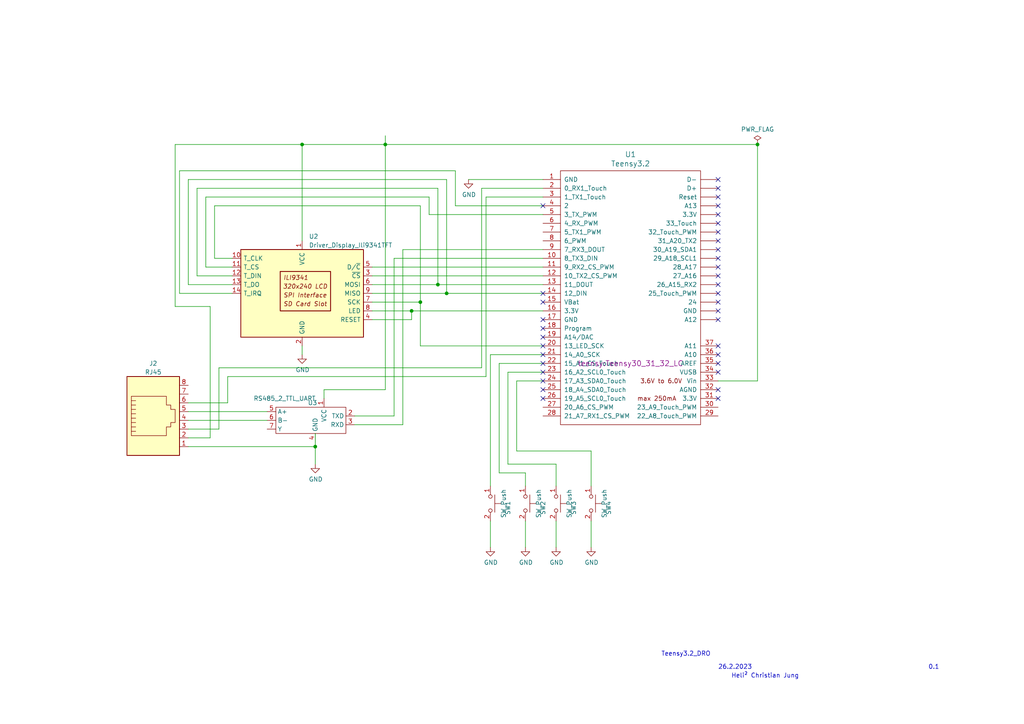
<source format=kicad_sch>
(kicad_sch (version 20230121) (generator eeschema)
  (paper "A4")
  (lib_symbols
    (symbol "Connector:RJ45" (pin_names (offset 1.016))
      (property "Reference" "J" (at -5.08 13.97 0))
      (property "Value" "RJ45" (at 2.54 13.97 0))
      (symbol "RJ45_0_1"
        (polyline (pts (xy -5.08 4.445) (xy -6.35 4.445)))
        (polyline (pts (xy -5.08 5.715) (xy -6.35 5.715)))
        (polyline (pts (xy -6.35 -3.175) (xy -5.08 -3.175) (xy -5.08 -3.175)))
        (polyline (pts (xy -6.35 -1.905) (xy -5.08 -1.905) (xy -5.08 -1.905)))
        (polyline (pts (xy -6.35 -0.635) (xy -5.08 -0.635) (xy -5.08 -0.635)))
        (polyline (pts (xy -6.35 0.635) (xy -5.08 0.635) (xy -5.08 0.635)))
        (polyline (pts (xy -6.35 1.905) (xy -5.08 1.905) (xy -5.08 1.905)))
        (polyline (pts (xy -5.08 3.175) (xy -6.35 3.175) (xy -6.35 3.175)))
        (polyline (pts (xy -6.35 -4.445) (xy -6.35 6.985) (xy 3.81 6.985) (xy 3.81 4.445) (xy 5.08 4.445) (xy 5.08 3.175) (xy 6.35 3.175) (xy 6.35 -0.635) (xy 5.08 -0.635) (xy 5.08 -1.905) (xy 3.81 -1.905) (xy 3.81 -4.445) (xy -6.35 -4.445) (xy -6.35 -4.445)))
        (rectangle (start 7.62 12.7) (end -7.62 -10.16) (stroke (width 0.254)) (fill (type background)))
      )
      (symbol "RJ45_1_1"
        (pin passive line (at 10.16 -7.62 180) (length 2.54) (name "~") (number "1"))
        (pin passive line (at 10.16 -5.08 180) (length 2.54) (name "~") (number "2"))
        (pin passive line (at 10.16 -2.54 180) (length 2.54) (name "~") (number "3"))
        (pin passive line (at 10.16 0 180) (length 2.54) (name "~") (number "4"))
        (pin passive line (at 10.16 2.54 180) (length 2.54) (name "~") (number "5"))
        (pin passive line (at 10.16 5.08 180) (length 2.54) (name "~") (number "6"))
        (pin passive line (at 10.16 7.62 180) (length 2.54) (name "~") (number "7"))
        (pin passive line (at 10.16 10.16 180) (length 2.54) (name "~") (number "8"))
      )
    )
    (symbol "Heli2:RS485_2_TTL_UART"
      (property "Reference" "U" (at 0 0 0))
      (symbol "RS485_2_TTL_UART_0_1"
        (rectangle (start -7.62 -1.27) (end 12.7 -8.89))
      )
      (symbol "RS485_2_TTL_UART_1_0"
        (pin output line (at -10.16 -6.35 0) (length 2.54) (name "RXD") (number "3"))
        (pin input line (at 1.27 -11.43 90) (length 2.54) (name "GND") (number "4"))
        (pin bidirectional line (at 15.24 -2.54 180) (length 2.54) (name "A+") (number "5"))
        (pin bidirectional line (at 15.24 -5.08 180) (length 2.54) (name "B-") (number "6"))
        (pin bidirectional line (at 15.24 -7.62 180) (length 2.54) (name "Y") (number "7"))
      )
      (symbol "RS485_2_TTL_UART_1_1"
        (pin input line (at -1.27 1.27 270) (length 2.54) (name "VCC") (number "1"))
        (pin input line (at -10.16 -3.81 0) (length 2.54) (name "TXD") (number "2"))
      )
    )
    (symbol "Lathe-rescue:Teensy3.2-teensy" (pin_names (offset 1.016))
      (property "Reference" "U" (at 0 39.37 0))
      (property "Value" "teensy_Teensy3.2" (at 0 -39.37 0))
      (symbol "Teensy3.2-teensy_0_0"
        (text "3.6V to 6.0V" (at 8.89 -24.13 0) (effects (font (size 1.27 1.27))))
        (text "max 250mA" (at 7.62 -29.21 0) (effects (font (size 1.27 1.27))))
      )
      (symbol "Teensy3.2-teensy_0_1"
        (rectangle (start -20.32 -36.83) (end 20.32 36.83))
      )
      (symbol "Teensy3.2-teensy_1_1"
        (pin power_in line (at -25.4 34.29 0) (length 5.08) (name "GND") (number "1"))
        (pin bidirectional line (at -25.4 11.43 0) (length 5.08) (name "8_TX3_DIN") (number "10"))
        (pin bidirectional line (at -25.4 8.89 0) (length 5.08) (name "9_RX2_CS_PWM") (number "11"))
        (pin bidirectional line (at -25.4 6.35 0) (length 5.08) (name "10_TX2_CS_PWM") (number "12"))
        (pin bidirectional line (at -25.4 3.81 0) (length 5.08) (name "11_DOUT") (number "13"))
        (pin bidirectional line (at -25.4 1.27 0) (length 5.08) (name "12_DIN") (number "14"))
        (pin power_in line (at -25.4 -1.27 0) (length 5.08) (name "VBat") (number "15"))
        (pin power_out line (at -25.4 -3.81 0) (length 5.08) (name "3.3V") (number "16"))
        (pin power_in line (at -25.4 -6.35 0) (length 5.08) (name "GND") (number "17"))
        (pin input line (at -25.4 -8.89 0) (length 5.08) (name "Program") (number "18"))
        (pin bidirectional line (at -25.4 -11.43 0) (length 5.08) (name "A14/DAC") (number "19"))
        (pin bidirectional line (at -25.4 31.75 0) (length 5.08) (name "0_RX1_Touch") (number "2"))
        (pin bidirectional line (at -25.4 -13.97 0) (length 5.08) (name "13_LED_SCK") (number "20"))
        (pin bidirectional line (at -25.4 -16.51 0) (length 5.08) (name "14_A0_SCK") (number "21"))
        (pin bidirectional line (at -25.4 -19.05 0) (length 5.08) (name "15_A1_CS_Touch") (number "22"))
        (pin bidirectional line (at -25.4 -21.59 0) (length 5.08) (name "16_A2_SCL0_Touch") (number "23"))
        (pin bidirectional line (at -25.4 -24.13 0) (length 5.08) (name "17_A3_SDA0_Touch") (number "24"))
        (pin bidirectional line (at -25.4 -26.67 0) (length 5.08) (name "18_A4_SDA0_Touch") (number "25"))
        (pin bidirectional line (at -25.4 -29.21 0) (length 5.08) (name "19_A5_SCL0_Touch") (number "26"))
        (pin bidirectional line (at -25.4 -31.75 0) (length 5.08) (name "20_A6_CS_PWM") (number "27"))
        (pin bidirectional line (at -25.4 -34.29 0) (length 5.08) (name "21_A7_RX1_CS_PWM") (number "28"))
        (pin bidirectional line (at 25.4 -34.29 180) (length 5.08) (name "22_A8_Touch_PWM") (number "29"))
        (pin bidirectional line (at -25.4 29.21 0) (length 5.08) (name "1_TX1_Touch") (number "3"))
        (pin bidirectional line (at 25.4 -31.75 180) (length 5.08) (name "23_A9_Touch_PWM") (number "30"))
        (pin power_out line (at 25.4 -29.21 180) (length 5.08) (name "3.3V") (number "31"))
        (pin power_out line (at 25.4 -26.67 180) (length 5.08) (name "AGND") (number "32"))
        (pin power_in line (at 25.4 -24.13 180) (length 5.08) (name "Vin") (number "33"))
        (pin power_in line (at 25.4 -21.59 180) (length 5.08) (name "VUSB") (number "34"))
        (pin input line (at 25.4 -19.05 180) (length 5.08) (name "AREF") (number "35"))
        (pin bidirectional line (at 25.4 -16.51 180) (length 5.08) (name "A10") (number "36"))
        (pin bidirectional line (at 25.4 -13.97 180) (length 5.08) (name "A11") (number "37"))
        (pin bidirectional line (at -25.4 26.67 0) (length 5.08) (name "2") (number "4"))
        (pin bidirectional line (at -25.4 24.13 0) (length 5.08) (name "3_TX_PWM") (number "5"))
        (pin bidirectional line (at -25.4 21.59 0) (length 5.08) (name "4_RX_PWM") (number "6"))
        (pin bidirectional line (at -25.4 19.05 0) (length 5.08) (name "5_TX1_PWM") (number "7"))
        (pin bidirectional line (at -25.4 16.51 0) (length 5.08) (name "6_PWM") (number "8"))
        (pin bidirectional line (at -25.4 13.97 0) (length 5.08) (name "7_RX3_DOUT") (number "9"))
        (pin bidirectional line (at 25.4 -1.27 180) (length 5.08) (name "24") (number "~"))
        (pin bidirectional line (at 25.4 1.27 180) (length 5.08) (name "25_Touch_PWM") (number "~"))
        (pin bidirectional line (at 25.4 3.81 180) (length 5.08) (name "26_A15_RX2") (number "~"))
        (pin bidirectional line (at 25.4 6.35 180) (length 5.08) (name "27_A16") (number "~"))
        (pin bidirectional line (at 25.4 8.89 180) (length 5.08) (name "28_A17") (number "~"))
        (pin bidirectional line (at 25.4 11.43 180) (length 5.08) (name "29_A18_SCL1") (number "~"))
        (pin power_out line (at 25.4 24.13 180) (length 5.08) (name "3.3V") (number "~"))
        (pin bidirectional line (at 25.4 13.97 180) (length 5.08) (name "30_A19_SDA1") (number "~"))
        (pin bidirectional line (at 25.4 16.51 180) (length 5.08) (name "31_A20_TX2") (number "~"))
        (pin bidirectional line (at 25.4 19.05 180) (length 5.08) (name "32_Touch_PWM") (number "~"))
        (pin bidirectional line (at 25.4 21.59 180) (length 5.08) (name "33_Touch") (number "~"))
        (pin bidirectional line (at 25.4 -6.35 180) (length 5.08) (name "A12") (number "~"))
        (pin bidirectional line (at 25.4 26.67 180) (length 5.08) (name "A13") (number "~"))
        (pin bidirectional line (at 25.4 31.75 180) (length 5.08) (name "D+") (number "~"))
        (pin bidirectional line (at 25.4 34.29 180) (length 5.08) (name "D-") (number "~"))
        (pin power_in line (at 25.4 -3.81 180) (length 5.08) (name "GND") (number "~"))
        (pin input line (at 25.4 29.21 180) (length 5.08) (name "Reset") (number "~"))
      )
    )
    (symbol "SW_Push_2" (pin_names (offset 1.016) hide)
      (property "Reference" "SW" (at 1.27 2.54 0))
      (property "Value" "SW_Push" (at 0 -1.524 0))
      (symbol "SW_Push_2_0_1"
        (circle (center -2.032 0) (radius 0.508))
        (polyline (pts (xy 0 1.27) (xy 0 3.048)))
        (polyline (pts (xy 2.54 1.27) (xy -2.54 1.27)))
        (circle (center 2.032 0) (radius 0.508))
        (pin passive line (at -5.08 0 0) (length 2.54) (name "1") (number "1"))
        (pin passive line (at 5.08 0 180) (length 2.54) (name "2") (number "2"))
      )
    )
    (symbol "ili9341tft-driver_display:Ili9341TFT-Driver_Display" (pin_names (offset 0.762))
      (property "Reference" "U" (at -17.526 13.97 0))
      (property "Value" "Driver_Display_Ili9341TFT" (at 1.905 13.97 0))
      (symbol "Ili9341TFT-Driver_Display_0_0"
        (text "320x240 LCD" (at 0.889 2.032 0) (effects (font (size 1.27 1.27) italic)))
        (text "ILI9341" (at -5.461 4.572 0) (effects (font (size 1.27 1.27) italic) (justify left)))
        (text "SD Card Slot" (at -5.461 -3.048 0) (effects (font (size 1.27 1.27) italic) (justify left)))
        (text "SPI Interface" (at -5.461 -0.508 0) (effects (font (size 1.27 1.27) italic) (justify left)))
      )
      (symbol "Ili9341TFT-Driver_Display_0_1"
        (rectangle (start -17.78 12.7) (end 17.78 -12.7) (stroke (width 0.254)) (fill (type background)))
        (rectangle (start -6.35 6.35) (end 8.255 -5.08) (stroke (width 0.254)))
      )
      (symbol "Ili9341TFT-Driver_Display_1_1"
        (pin power_in line (at 0 15.24 270) (length 2.54) (name "VCC") (number "1"))
        (pin input line (at -20.32 10.16 0) (length 2.54) (name "T_CLK") (number "10"))
        (pin input line (at -20.32 7.62 0) (length 2.54) (name "T_CS") (number "11"))
        (pin output line (at -20.32 5.08 0) (length 2.54) (name "T_DIN") (number "12"))
        (pin input line (at -20.32 2.54 0) (length 2.54) (name "T_DO") (number "13"))
        (pin input line (at -20.32 0 0) (length 2.54) (name "T_IRQ") (number "14"))
        (pin power_in line (at 0 -15.24 90) (length 2.54) (name "GND") (number "2"))
        (pin input line (at 20.32 5.08 180) (length 2.54) (name "~{CS}") (number "3"))
        (pin input line (at 20.32 -7.62 180) (length 2.54) (name "RESET") (number "4"))
        (pin input line (at 20.32 7.62 180) (length 2.54) (name "D/~{C}") (number "5"))
        (pin input line (at 20.32 2.54 180) (length 2.54) (name "MOSI") (number "6"))
        (pin input line (at 20.32 -2.54 180) (length 2.54) (name "SCK") (number "7"))
        (pin input line (at 20.32 -5.08 180) (length 2.54) (name "LED") (number "8"))
        (pin output line (at 20.32 0 180) (length 2.54) (name "MISO") (number "9"))
      )
    )
    (symbol "power:GND" (power) (pin_names (offset 0))
      (property "Value" "GND" (at 0 -3.81 0))
      (symbol "GND_0_1"
        (polyline (pts (xy 0 0) (xy 0 -1.27) (xy 1.27 -1.27) (xy 0 -2.54) (xy -1.27 -1.27) (xy 0 -1.27)))
      )
      (symbol "GND_1_1"
        (pin power_in line (at 0 0 270) (length 0) hide (name "GND") (number "1"))
      )
    )
    (symbol "power:PWR_FLAG" (power) (pin_numbers hide) (pin_names (offset 0) hide)
      (property "Value" "PWR_FLAG" (at 0 3.81 0))
      (symbol "PWR_FLAG_0_0"
        (pin power_out line (at 0 0 90) (length 0) (name "pwr") (number "1"))
      )
      (symbol "PWR_FLAG_0_1"
        (polyline (pts (xy 0 0) (xy 0 1.27) (xy -1.016 1.905) (xy 0 2.54) (xy 1.016 1.905) (xy 0 1.27)))
      )
    )
  )
  (junction (at 91.44 129.54))
  (junction (at 111.76 41.91))
  (junction (at 119.38 90.17))
  (junction (at 127 82.55))
  (junction (at 219.71 41.91))
  (junction (at 121.92 87.63))
  (junction (at 87.63 41.91))
  (junction (at 129.54 85.09))
  (no_connect (at 208.28 72.39))
  (no_connect (at 157.48 85.09))
  (no_connect (at 157.48 87.63))
  (no_connect (at 208.28 92.71))
  (no_connect (at 208.28 77.47))
  (no_connect (at 208.28 100.33))
  (no_connect (at 208.28 62.23))
  (no_connect (at 208.28 64.77))
  (no_connect (at 157.48 110.49))
  (no_connect (at 157.48 59.69))
  (no_connect (at 208.28 115.57))
  (no_connect (at 157.48 105.41))
  (no_connect (at 208.28 87.63))
  (no_connect (at 157.48 95.25))
  (no_connect (at 208.28 57.15))
  (no_connect (at 208.28 59.69))
  (no_connect (at 157.48 102.87))
  (no_connect (at 208.28 113.03))
  (no_connect (at 157.48 115.57))
  (no_connect (at 208.28 85.09))
  (no_connect (at 157.48 92.71))
  (no_connect (at 208.28 67.31))
  (no_connect (at 208.28 90.17))
  (no_connect (at 208.28 105.41))
  (no_connect (at 157.48 107.95))
  (no_connect (at 208.28 82.55))
  (no_connect (at 157.48 113.03))
  (no_connect (at 157.48 100.33))
  (no_connect (at 208.28 74.93))
  (no_connect (at 208.28 102.87))
  (no_connect (at 208.28 80.01))
  (no_connect (at 208.28 54.61))
  (no_connect (at 157.48 97.79))
  (no_connect (at 208.28 52.07))
  (no_connect (at 208.28 69.85))
  (no_connect (at 208.28 107.95))
  (wire (pts (xy 91.44 125.73) (xy 91.44 129.54)))
  (wire (pts (xy 161.29 140.97) (xy 161.29 134.62)))
  (wire (pts (xy 59.69 57.15) (xy 124.46 57.15)))
  (wire (pts (xy 171.45 140.97) (xy 171.45 130.81)))
  (wire (pts (xy 139.7 106.68) (xy 63.5 106.68)))
  (wire (pts (xy 116.84 72.39) (xy 157.48 72.39)))
  (wire (pts (xy 124.46 57.15) (xy 124.46 62.23)))
  (wire (pts (xy 219.71 41.91) (xy 219.71 110.49)))
  (wire (pts (xy 157.48 54.61) (xy 139.7 54.61)))
  (wire (pts (xy 67.31 85.09) (xy 52.07 85.09)))
  (wire (pts (xy 50.8 41.91) (xy 50.8 88.9)))
  (wire (pts (xy 107.95 77.47) (xy 157.48 77.47)))
  (wire (pts (xy 50.8 88.9) (xy 60.96 88.9)))
  (wire (pts (xy 149.86 110.49) (xy 149.86 130.81)))
  (wire (pts (xy 67.31 80.01) (xy 57.15 80.01)))
  (wire (pts (xy 87.63 41.91) (xy 50.8 41.91)))
  (wire (pts (xy 142.24 140.97) (xy 142.24 102.87)))
  (wire (pts (xy 66.04 116.84) (xy 66.04 109.22)))
  (wire (pts (xy 63.5 106.68) (xy 63.5 124.46)))
  (wire (pts (xy 54.61 129.54) (xy 91.44 129.54)))
  (wire (pts (xy 54.61 127) (xy 60.96 127)))
  (wire (pts (xy 54.61 116.84) (xy 66.04 116.84)))
  (wire (pts (xy 147.32 107.95) (xy 157.48 107.95)))
  (wire (pts (xy 107.95 85.09) (xy 129.54 85.09)))
  (wire (pts (xy 114.3 120.65) (xy 102.87 120.65)))
  (wire (pts (xy 114.3 74.93) (xy 157.48 74.93)))
  (wire (pts (xy 140.97 109.22) (xy 140.97 57.15)))
  (wire (pts (xy 132.08 49.53) (xy 132.08 59.69)))
  (wire (pts (xy 52.07 49.53) (xy 132.08 49.53)))
  (wire (pts (xy 119.38 90.17) (xy 157.48 90.17)))
  (wire (pts (xy 116.84 72.39) (xy 116.84 123.19)))
  (wire (pts (xy 127 54.61) (xy 127 82.55)))
  (wire (pts (xy 152.4 137.16) (xy 144.78 137.16)))
  (wire (pts (xy 121.92 100.33) (xy 157.48 100.33)))
  (wire (pts (xy 152.4 151.13) (xy 152.4 158.75)))
  (wire (pts (xy 114.3 74.93) (xy 114.3 120.65)))
  (wire (pts (xy 57.15 54.61) (xy 127 54.61)))
  (wire (pts (xy 91.44 129.54) (xy 91.44 134.62)))
  (wire (pts (xy 121.92 59.69) (xy 121.92 87.63)))
  (wire (pts (xy 57.15 80.01) (xy 57.15 54.61)))
  (wire (pts (xy 67.31 82.55) (xy 54.61 82.55)))
  (wire (pts (xy 54.61 124.46) (xy 63.5 124.46)))
  (wire (pts (xy 171.45 130.81) (xy 149.86 130.81)))
  (wire (pts (xy 54.61 52.07) (xy 129.54 52.07)))
  (wire (pts (xy 111.76 41.91) (xy 111.76 113.03)))
  (wire (pts (xy 144.78 105.41) (xy 157.48 105.41)))
  (wire (pts (xy 87.63 41.91) (xy 111.76 41.91)))
  (wire (pts (xy 66.04 109.22) (xy 140.97 109.22)))
  (wire (pts (xy 149.86 110.49) (xy 157.48 110.49)))
  (wire (pts (xy 142.24 151.13) (xy 142.24 158.75)))
  (wire (pts (xy 121.92 87.63) (xy 107.95 87.63)))
  (wire (pts (xy 54.61 121.92) (xy 77.47 121.92)))
  (wire (pts (xy 147.32 134.62) (xy 147.32 107.95)))
  (wire (pts (xy 107.95 80.01) (xy 157.48 80.01)))
  (wire (pts (xy 52.07 85.09) (xy 52.07 49.53)))
  (wire (pts (xy 67.31 74.93) (xy 62.23 74.93)))
  (wire (pts (xy 107.95 82.55) (xy 127 82.55)))
  (wire (pts (xy 132.08 59.69) (xy 157.48 59.69)))
  (wire (pts (xy 111.76 39.37) (xy 111.76 41.91)))
  (wire (pts (xy 161.29 134.62) (xy 147.32 134.62)))
  (wire (pts (xy 121.92 87.63) (xy 121.92 100.33)))
  (wire (pts (xy 152.4 140.97) (xy 152.4 137.16)))
  (wire (pts (xy 93.98 115.57) (xy 93.98 113.03)))
  (wire (pts (xy 54.61 82.55) (xy 54.61 52.07)))
  (wire (pts (xy 208.28 110.49) (xy 219.71 110.49)))
  (wire (pts (xy 62.23 59.69) (xy 121.92 59.69)))
  (wire (pts (xy 111.76 41.91) (xy 219.71 41.91)))
  (wire (pts (xy 161.29 151.13) (xy 161.29 158.75)))
  (wire (pts (xy 87.63 69.85) (xy 87.63 41.91)))
  (wire (pts (xy 54.61 119.38) (xy 77.47 119.38)))
  (wire (pts (xy 102.87 123.19) (xy 116.84 123.19)))
  (wire (pts (xy 129.54 85.09) (xy 157.48 85.09)))
  (wire (pts (xy 140.97 57.15) (xy 157.48 57.15)))
  (wire (pts (xy 127 82.55) (xy 157.48 82.55)))
  (wire (pts (xy 59.69 77.47) (xy 59.69 57.15)))
  (wire (pts (xy 107.95 90.17) (xy 119.38 90.17)))
  (wire (pts (xy 144.78 137.16) (xy 144.78 105.41)))
  (wire (pts (xy 135.89 52.07) (xy 157.48 52.07)))
  (wire (pts (xy 107.95 92.71) (xy 119.38 92.71)))
  (wire (pts (xy 67.31 77.47) (xy 59.69 77.47)))
  (wire (pts (xy 171.45 151.13) (xy 171.45 158.75)))
  (wire (pts (xy 119.38 90.17) (xy 119.38 92.71)))
  (wire (pts (xy 124.46 62.23) (xy 157.48 62.23)))
  (wire (pts (xy 62.23 74.93) (xy 62.23 59.69)))
  (wire (pts (xy 60.96 88.9) (xy 60.96 127)))
  (wire (pts (xy 129.54 52.07) (xy 129.54 85.09)))
  (wire (pts (xy 142.24 102.87) (xy 157.48 102.87)))
  (wire (pts (xy 139.7 54.61) (xy 139.7 106.68)))
  (wire (pts (xy 87.63 102.87) (xy 87.63 100.33)))
  (wire (pts (xy 93.98 113.03) (xy 111.76 113.03)))
  (text "0.1" (at 269.24 194.31 0) (effects (font (size 1.27 1.27)) (justify left bottom)))
  (text "Teensy3.2_DRO" (at 191.77 190.5 0) (effects (font (size 1.27 1.27)) (justify left bottom)))
  (text "Heli² Christian Jung" (at 212.09 196.85 0) (effects (font (size 1.27 1.27)) (justify left bottom)))
  (text "26.2.2023\n" (at 208.28 194.31 0) (effects (font (size 1.27 1.27)) (justify left bottom)))
  (symbol (lib_id "Lathe-rescue:Teensy3.2-teensy") (at 182.88 86.36 0) (unit 1)
    (property "Reference" "U1" (at 182.88 44.7802 0) (effects (font (size 1.524 1.524))))
    (property "Value" "Teensy3.2" (at 182.88 47.4726 0) (effects (font (size 1.524 1.524))))
    (property "Footprint" "teensy:Teensy30_31_32_LC" (at 182.88 105.41 0) (effects (font (size 1.524 1.524))))
  )
  (symbol (lib_id "power:GND") (at 87.63 102.87 0) (unit 1)
    (property "Reference" "#PWR0102" (effects hide))
    (property "Value" "GND" (at 87.757 107.2642 0))
  )
  (symbol (lib_id "power:PWR_FLAG") (at 219.71 41.91 0) (unit 1)
    (property "Reference" "#FLG0101" (effects hide))
    (property "Value" "PWR_FLAG" (at 219.71 37.5158 0))
  )
  (symbol (lib_id "power:GND") (at 135.89 52.07 0) (unit 1)
    (property "Reference" "#PWR0101" (effects hide))
    (property "Value" "GND" (at 136.017 56.4642 0))
  )
  (symbol (lib_name "SW_Push_2") (lib_id "Switch:SW_Push") (at 152.4 146.05 270) (unit 1)
    (property "Reference" "SW2" (at 157.48 147.32 0))
    (property "Value" "SW_Push" (at 156.21 146.05 0))
    (property "Footprint" "Heli2:Drucktaster_12x12" (effects hide))
  )
  (symbol (lib_id "ili9341tft-driver_display:Ili9341TFT-Driver_Display") (at 87.63 85.09 0) (unit 1)
    (property "Reference" "U2" (at 89.5859 68.58 0) (effects (justify left)))
    (property "Value" "Driver_Display_Ili9341TFT" (at 89.5859 71.12 0) (effects (justify left)))
    (property "Footprint" "Display:CR2013-MI2120" (effects hide))
  )
  (symbol (lib_name "SW_Push_2") (lib_id "Switch:SW_Push") (at 161.29 146.05 270) (unit 1)
    (property "Reference" "SW3" (at 166.37 147.32 0))
    (property "Value" "SW_Push" (at 165.1 146.05 0))
    (property "Footprint" "Heli2:Drucktaster_12x12" (effects hide))
  )
  (symbol (lib_id "power:GND") (at 142.24 158.75 0) (unit 1)
    (property "Reference" "#PWR02" (effects hide))
    (property "Value" "GND" (at 142.367 163.1442 0))
  )
  (symbol (lib_id "power:GND") (at 152.4 158.75 0) (unit 1)
    (property "Reference" "#PWR03" (effects hide))
    (property "Value" "GND" (at 152.527 163.1442 0))
  )
  (symbol (lib_id "Heli2:RS485_2_TTL_UART") (at 92.71 116.84 0) (mirror y) (unit 1)
    (property "Reference" "U3" (at 92.0241 116.84 0) (effects (justify left)))
    (property "Value" "RS485_2_TTL_UART" (at 82.55 115.57 0))
    (property "Footprint" "Heli2:RS485_2_TTL_UART" (effects hide))
    (property "Datasheet" "C:\\Users\\49163\\Documents\\KiCad\\7.0\\manuals\\RS485_To_TTL_UART.pdf" (effects hide))
  )
  (symbol (lib_id "Connector:RJ45") (at 44.45 121.92 0) (unit 1)
    (property "Reference" "J2" (at 44.45 105.41 0))
    (property "Value" "RJ45" (at 44.45 107.95 0))
  )
  (symbol (lib_name "SW_Push_2") (lib_id "Switch:SW_Push") (at 171.45 146.05 270) (unit 1)
    (property "Reference" "SW4" (at 176.53 147.32 0))
    (property "Value" "SW_Push" (at 175.26 146.05 0))
    (property "Footprint" "Heli2:Drucktaster_12x12" (effects hide))
  )
  (symbol (lib_id "power:GND") (at 91.44 134.62 0) (unit 1)
    (property "Reference" "#PWR01" (effects hide))
    (property "Value" "GND" (at 91.567 139.0142 0))
  )
  (symbol (lib_id "power:GND") (at 161.29 158.75 0) (unit 1)
    (property "Reference" "#PWR04" (effects hide))
    (property "Value" "GND" (at 161.417 163.1442 0))
  )
  (symbol (lib_id "power:GND") (at 171.45 158.75 0) (unit 1)
    (property "Reference" "#PWR05" (effects hide))
    (property "Value" "GND" (at 171.577 163.1442 0))
  )
  (symbol (lib_name "SW_Push_2") (lib_id "Switch:SW_Push") (at 142.24 146.05 270) (unit 1)
    (property "Reference" "SW1" (at 147.32 147.32 0))
    (property "Value" "SW_Push" (at 146.05 146.05 0))
    (property "Footprint" "Heli2:Drucktaster_12x12" (effects hide))
  )
)
</source>
